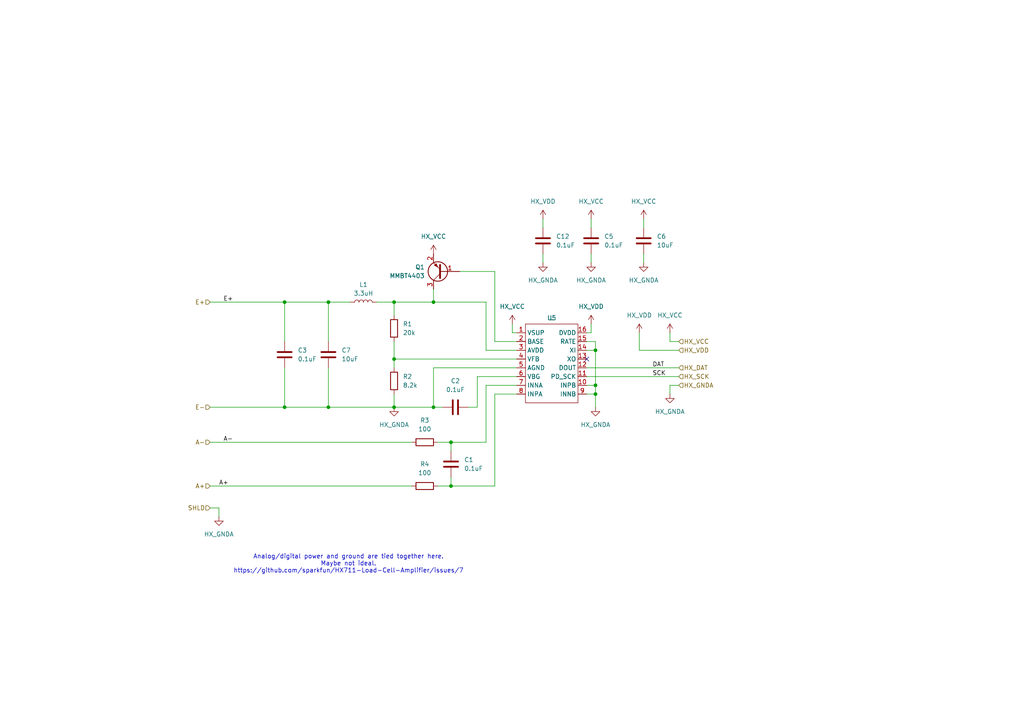
<source format=kicad_sch>
(kicad_sch (version 20231120) (generator "eeschema") (generator_version "8.0")
  (paper "A4")
  (lib_symbols
    (symbol "CoffeeLib:HX711"
      (property "Reference" "U" (at 0 0 0))
      (symbol "HX711_0_1"
        (rectangle (start -7.62 11.43) (end 7.62 -11.43))
      )
      (symbol "HX711_1_1"
        (pin power_in line (at -10.16 8.89 0) (length 2.54) (name "VSUP") (number "1"))
        (pin input line (at 10.16 -6.35 180) (length 2.54) (name "INPB") (number "10"))
        (pin input line (at 10.16 -3.81 180) (length 2.54) (name "PD_SCK") (number "11"))
        (pin output line (at 10.16 -1.27 180) (length 2.54) (name "DOUT") (number "12"))
        (pin bidirectional line (at 10.16 1.27 180) (length 2.54) (name "XO") (number "13"))
        (pin input line (at 10.16 3.81 180) (length 2.54) (name "XI") (number "14"))
        (pin input line (at 10.16 6.35 180) (length 2.54) (name "RATE") (number "15"))
        (pin power_in line (at 10.16 8.89 180) (length 2.54) (name "DVDD") (number "16"))
        (pin output line (at -10.16 6.35 0) (length 2.54) (name "BASE") (number "2"))
        (pin power_out line (at -10.16 3.81 0) (length 2.54) (name "AVDD") (number "3"))
        (pin input line (at -10.16 1.27 0) (length 2.54) (name "VFB") (number "4"))
        (pin power_out line (at -10.16 -1.27 0) (length 2.54) (name "AGND") (number "5"))
        (pin input line (at -10.16 -3.81 0) (length 2.54) (name "VBG") (number "6"))
        (pin input line (at -10.16 -6.35 0) (length 2.54) (name "INNA") (number "7"))
        (pin input line (at -10.16 -8.89 0) (length 2.54) (name "INPA") (number "8"))
        (pin input line (at 10.16 -8.89 180) (length 2.54) (name "INNB") (number "9"))
      )
    )
    (symbol "Device:C" (pin_numbers hide) (pin_names (offset 0.254))
      (property "Reference" "C" (at 0.635 2.54 0))
      (property "Value" "C" (at 0.635 -2.54 0))
      (symbol "C_0_1"
        (polyline (pts (xy -2.032 -0.762) (xy 2.032 -0.762)) (stroke (width 0.508)))
        (polyline (pts (xy -2.032 0.762) (xy 2.032 0.762)) (stroke (width 0.508)))
      )
      (symbol "C_1_1"
        (pin passive line (at 0 3.81 270) (length 2.794) (name "~") (number "1"))
        (pin passive line (at 0 -3.81 90) (length 2.794) (name "~") (number "2"))
      )
    )
    (symbol "Device:L" (pin_numbers hide) (pin_names (offset 1.016) hide)
      (property "Reference" "L" (at -1.27 0 90))
      (property "Value" "L" (at 1.905 0 90))
      (symbol "L_0_1"
        (arc (start 0 -2.54) (mid 0.6323 -1.905) (end 0 -1.27))
        (arc (start 0 -1.27) (mid 0.6323 -0.635) (end 0 0))
        (arc (start 0 0) (mid 0.6323 0.635) (end 0 1.27))
        (arc (start 0 1.27) (mid 0.6323 1.905) (end 0 2.54))
      )
      (symbol "L_1_1"
        (pin passive line (at 0 3.81 270) (length 1.27) (name "1") (number "1"))
        (pin passive line (at 0 -3.81 90) (length 1.27) (name "2") (number "2"))
      )
    )
    (symbol "Device:Q_PNP_BEC" (pin_names (offset 0) hide)
      (property "Reference" "Q" (at 5.08 1.27 0))
      (property "Value" "Q_PNP_BEC" (at 5.08 -1.27 0))
      (symbol "Q_PNP_BEC_0_1"
        (polyline (pts (xy 0.635 0.635) (xy 2.54 2.54)))
        (polyline (pts (xy 0.635 -0.635) (xy 2.54 -2.54) (xy 2.54 -2.54)))
        (polyline (pts (xy 0.635 1.905) (xy 0.635 -1.905) (xy 0.635 -1.905)) (stroke (width 0.508)))
        (polyline (pts (xy 2.286 -1.778) (xy 1.778 -2.286) (xy 1.27 -1.27) (xy 2.286 -1.778) (xy 2.286 -1.778)) (fill (type outline)))
        (circle (center 1.27 0) (radius 2.8194) (stroke (width 0.254)))
      )
      (symbol "Q_PNP_BEC_1_1"
        (pin input line (at -5.08 0 0) (length 5.715) (name "B") (number "1"))
        (pin passive line (at 2.54 -5.08 90) (length 2.54) (name "E") (number "2"))
        (pin passive line (at 2.54 5.08 270) (length 2.54) (name "C") (number "3"))
      )
    )
    (symbol "Device:R" (pin_numbers hide) (pin_names (offset 0))
      (property "Reference" "R" (at 2.032 0 90))
      (property "Value" "R" (at 0 0 90))
      (symbol "R_0_1"
        (rectangle (start -1.016 -2.54) (end 1.016 2.54) (stroke (width 0.254)))
      )
      (symbol "R_1_1"
        (pin passive line (at 0 3.81 270) (length 1.27) (name "~") (number "1"))
        (pin passive line (at 0 -3.81 90) (length 1.27) (name "~") (number "2"))
      )
    )
    (symbol "power:GNDA" (power) (pin_names (offset 0))
      (property "Value" "GNDA" (at 0 -3.81 0))
      (symbol "GNDA_0_1"
        (polyline (pts (xy 0 0) (xy 0 -1.27) (xy 1.27 -1.27) (xy 0 -2.54) (xy -1.27 -1.27) (xy 0 -1.27)))
      )
      (symbol "GNDA_1_1"
        (pin power_in line (at 0 0 270) (length 0) hide (name "GNDA") (number "1"))
      )
    )
    (symbol "power:VCC" (power) (pin_names (offset 0))
      (property "Value" "VCC" (at 0 3.81 0))
      (symbol "VCC_0_1"
        (polyline (pts (xy -0.762 1.27) (xy 0 2.54)))
        (polyline (pts (xy 0 0) (xy 0 2.54)))
        (polyline (pts (xy 0 2.54) (xy 0.762 1.27)))
      )
      (symbol "VCC_1_1"
        (pin power_in line (at 0 0 90) (length 0) hide (name "VCC") (number "1"))
      )
    )
  )
  (junction (at 125.73 87.63))
  (junction (at 82.55 87.63))
  (junction (at 114.3 104.14))
  (junction (at 114.3 118.11))
  (junction (at 95.25 87.63))
  (junction (at 95.25 118.11))
  (junction (at 125.73 118.11))
  (junction (at 114.3 87.63))
  (junction (at 130.81 128.27))
  (junction (at 172.72 101.6))
  (junction (at 172.72 114.3))
  (junction (at 172.72 111.76))
  (junction (at 130.81 140.97))
  (junction (at 82.55 118.11))
  (no_connect (at 170.18 104.14))
  (wire (pts (xy 170.18 101.6) (xy 172.72 101.6)))
  (wire (pts (xy 138.43 109.22) (xy 149.86 109.22)) (stroke (width 0.1524)))
  (wire (pts (xy 172.72 99.06) (xy 170.18 99.06)) (stroke (width 0.1524)))
  (wire (pts (xy 130.81 130.81) (xy 130.81 128.27)) (stroke (width 0.1524)))
  (wire (pts (xy 60.96 147.32) (xy 63.5 147.32)))
  (wire (pts (xy 143.51 99.06) (xy 149.86 99.06)) (stroke (width 0.1524)))
  (wire (pts (xy 133.35 78.74) (xy 143.51 78.74)) (stroke (width 0.1524)))
  (wire (pts (xy 82.55 87.63) (xy 60.96 87.63)) (stroke (width 0.1524)))
  (wire (pts (xy 140.97 111.76) (xy 140.97 128.27)) (stroke (width 0.1524)))
  (wire (pts (xy 95.25 87.63) (xy 95.25 99.06)) (stroke (width 0.1524)))
  (wire (pts (xy 172.72 101.6) (xy 172.72 111.76)))
  (wire (pts (xy 140.97 101.6) (xy 140.97 87.63)) (stroke (width 0.1524)))
  (wire (pts (xy 171.45 76.2) (xy 171.45 73.66)) (stroke (width 0.1524)))
  (wire (pts (xy 114.3 87.63) (xy 125.73 87.63)) (stroke (width 0.1524)))
  (wire (pts (xy 171.45 96.52) (xy 171.45 93.98)))
  (wire (pts (xy 60.96 140.97) (xy 119.38 140.97)) (stroke (width 0.1524)))
  (wire (pts (xy 171.45 63.5) (xy 171.45 66.04)))
  (wire (pts (xy 172.72 111.76) (xy 170.18 111.76)))
  (wire (pts (xy 185.42 101.6) (xy 185.42 96.52)))
  (wire (pts (xy 186.69 66.04) (xy 186.69 63.5)) (stroke (width 0.1524)))
  (wire (pts (xy 172.72 99.06) (xy 172.72 101.6)) (stroke (width 0.1524)))
  (wire (pts (xy 114.3 99.06) (xy 114.3 104.14)) (stroke (width 0.1524)))
  (wire (pts (xy 82.55 99.06) (xy 82.55 87.63)) (stroke (width 0.1524)))
  (wire (pts (xy 140.97 128.27) (xy 130.81 128.27)) (stroke (width 0.1524)))
  (wire (pts (xy 60.96 118.11) (xy 82.55 118.11)) (stroke (width 0.1524)))
  (wire (pts (xy 170.18 109.22) (xy 196.85 109.22)) (stroke (width 0.1524)))
  (wire (pts (xy 194.31 111.76) (xy 194.31 114.3)) (stroke (width 0.1524)))
  (wire (pts (xy 114.3 118.11) (xy 125.73 118.11)) (stroke (width 0.1524)))
  (wire (pts (xy 125.73 106.68) (xy 125.73 118.11)) (stroke (width 0.1524)))
  (wire (pts (xy 114.3 104.14) (xy 149.86 104.14)) (stroke (width 0.1524)))
  (wire (pts (xy 196.85 99.06) (xy 194.31 99.06)))
  (wire (pts (xy 194.31 111.76) (xy 196.85 111.76)) (stroke (width 0.1524)))
  (wire (pts (xy 143.51 114.3) (xy 149.86 114.3)) (stroke (width 0.1524)))
  (wire (pts (xy 125.73 83.82) (xy 125.73 87.63)) (stroke (width 0.1524)))
  (wire (pts (xy 128.27 118.11) (xy 125.73 118.11)) (stroke (width 0.1524)))
  (wire (pts (xy 170.18 96.52) (xy 171.45 96.52)))
  (wire (pts (xy 172.72 111.76) (xy 172.72 114.3)))
  (wire (pts (xy 172.72 114.3) (xy 172.72 118.11)))
  (wire (pts (xy 114.3 114.3) (xy 114.3 118.11)))
  (wire (pts (xy 140.97 101.6) (xy 149.86 101.6)) (stroke (width 0.1524)))
  (wire (pts (xy 157.48 63.5) (xy 157.48 66.04)))
  (wire (pts (xy 125.73 106.68) (xy 149.86 106.68)) (stroke (width 0.1524)))
  (wire (pts (xy 148.59 96.52) (xy 148.59 93.98)))
  (wire (pts (xy 95.25 87.63) (xy 101.6 87.63)))
  (wire (pts (xy 172.72 114.3) (xy 170.18 114.3)))
  (wire (pts (xy 127 140.97) (xy 130.81 140.97)) (stroke (width 0.1524)))
  (wire (pts (xy 95.25 118.11) (xy 114.3 118.11)) (stroke (width 0.1524)))
  (wire (pts (xy 109.22 87.63) (xy 114.3 87.63)))
  (wire (pts (xy 157.48 76.2) (xy 157.48 73.66)) (stroke (width 0.1524)))
  (wire (pts (xy 143.51 78.74) (xy 143.51 99.06)) (stroke (width 0.1524)))
  (wire (pts (xy 82.55 106.68) (xy 82.55 118.11)) (stroke (width 0.1524)))
  (wire (pts (xy 138.43 118.11) (xy 135.89 118.11)) (stroke (width 0.1524)))
  (wire (pts (xy 114.3 91.44) (xy 114.3 87.63)) (stroke (width 0.1524)))
  (wire (pts (xy 149.86 96.52) (xy 148.59 96.52)))
  (wire (pts (xy 143.51 114.3) (xy 143.51 140.97)) (stroke (width 0.1524)))
  (wire (pts (xy 63.5 147.32) (xy 63.5 149.86)))
  (wire (pts (xy 82.55 87.63) (xy 95.25 87.63)) (stroke (width 0.1524)))
  (wire (pts (xy 196.85 101.6) (xy 185.42 101.6)))
  (wire (pts (xy 60.96 128.27) (xy 119.38 128.27)) (stroke (width 0.1524)))
  (wire (pts (xy 95.25 106.68) (xy 95.25 118.11)) (stroke (width 0.1524)))
  (wire (pts (xy 138.43 109.22) (xy 138.43 118.11)) (stroke (width 0.1524)))
  (wire (pts (xy 140.97 87.63) (xy 125.73 87.63)) (stroke (width 0.1524)))
  (wire (pts (xy 114.3 106.68) (xy 114.3 104.14)) (stroke (width 0.1524)))
  (wire (pts (xy 186.69 73.66) (xy 186.69 76.2)) (stroke (width 0.1524)))
  (wire (pts (xy 130.81 138.43) (xy 130.81 140.97)) (stroke (width 0.1524)))
  (wire (pts (xy 140.97 111.76) (xy 149.86 111.76)) (stroke (width 0.1524)))
  (wire (pts (xy 130.81 128.27) (xy 127 128.27)) (stroke (width 0.1524)))
  (wire (pts (xy 143.51 140.97) (xy 130.81 140.97)) (stroke (width 0.1524)))
  (wire (pts (xy 170.18 106.68) (xy 196.85 106.68)) (stroke (width 0.1524)))
  (wire (pts (xy 82.55 118.11) (xy 95.25 118.11)) (stroke (width 0.1524)))
  (wire (pts (xy 194.31 99.06) (xy 194.31 96.52)))
  (text "Analog/digital power and ground are tied together here.\nMaybe not ideal.\nhttps://github.com/sparkfun/HX711-Load-Cell-Amplifier/issues/7" (at 101.092 163.576 0) (effects (font (size 1.27 1.27))))
  (label "E+" (at 64.77 87.63 0) (effects (font (size 1.2446 1.2446))))
  (label "A+" (at 63.5 140.97 0) (effects (font (size 1.2446 1.2446))))
  (label "A-" (at 64.77 128.27 0) (effects (font (size 1.2446 1.2446))))
  (label "SCK" (at 189.23 109.22 0) (effects (font (size 1.2446 1.2446))))
  (label "DAT" (at 189.23 106.68 0) (effects (font (size 1.2446 1.2446))))
  (hierarchical_label "HX_GNDA" (shape input) (at 196.85 111.76 0))
  (hierarchical_label "HX_DAT" (shape input) (at 196.85 106.68 0))
  (hierarchical_label "SHLD" (shape input) (at 60.96 147.32 180))
  (hierarchical_label "E+" (shape input) (at 60.96 87.63 180))
  (hierarchical_label "HX_VDD" (shape input) (at 196.85 101.6 0))
  (hierarchical_label "A+" (shape input) (at 60.96 140.97 180))
  (hierarchical_label "A-" (shape input) (at 60.96 128.27 180))
  (hierarchical_label "HX_VCC" (shape input) (at 196.85 99.06 0))
  (hierarchical_label "E-" (shape input) (at 60.96 118.11 180))
  (hierarchical_label "HX_SCK" (shape input) (at 196.85 109.22 0))
  (symbol (lib_id "Device:C") (at 82.55 102.87 0) (unit 1)
    (property "Reference" "C3" (at 86.36 101.5999 0) (effects (justify left)))
    (property "Value" "0.1uF" (at 86.36 104.1399 0) (effects (justify left)))
    (property "Footprint" "Capacitor_SMD:C_0603_1608Metric" (effects (hide yes)))
    (property "Description" "Unpolarized capacitor" (effects (hide yes)))
  )
  (symbol (lib_id "Device:R") (at 123.19 140.97 270) (unit 1)
    (property "Reference" "R4" (at 123.19 134.62 90))
    (property "Value" "100" (at 123.19 137.16 90))
    (property "Footprint" "Resistor_SMD:R_0603_1608Metric" (effects (hide yes)))
    (property "Description" "Resistor" (effects (hide yes)))
  )
  (symbol (lib_id "power:GNDA") (at 194.31 114.3 0) (unit 1)
    (property "Reference" "#PWR07" (effects (hide yes)))
    (property "Value" "HX_GNDA" (at 194.31 119.38 0))
    (property "Description" "Power symbol creates a global label with name \"GNDA\" , analog ground" (effects (hide yes)))
  )
  (symbol (lib_id "Device:R") (at 123.19 128.27 270) (unit 1)
    (property "Reference" "R3" (at 123.19 121.92 90))
    (property "Value" "100" (at 123.19 124.46 90))
    (property "Footprint" "Resistor_SMD:R_0603_1608Metric" (effects (hide yes)))
    (property "Description" "Resistor" (effects (hide yes)))
  )
  (symbol (lib_id "power:VCC") (at 185.42 96.52 0) (unit 1)
    (property "Reference" "#PWR014" (effects (hide yes)))
    (property "Value" "HX_VDD" (at 185.42 91.44 0))
    (property "Description" "Power symbol creates a global label with name \"VCC\"" (effects (hide yes)))
  )
  (symbol (lib_id "Device:C") (at 95.25 102.87 0) (unit 1)
    (property "Reference" "C7" (at 99.06 101.5999 0) (effects (justify left)))
    (property "Value" "10uF" (at 99.06 104.1399 0) (effects (justify left)))
    (property "Footprint" "Capacitor_SMD:C_1210_3225Metric" (effects (hide yes)))
    (property "Description" "Unpolarized capacitor" (effects (hide yes)))
  )
  (symbol (lib_id "Device:C") (at 171.45 69.85 0) (unit 1)
    (property "Reference" "C5" (at 175.26 68.5799 0) (effects (justify left)))
    (property "Value" "0.1uF" (at 175.26 71.1199 0) (effects (justify left)))
    (property "Footprint" "Capacitor_SMD:C_0603_1608Metric" (effects (hide yes)))
    (property "Description" "Unpolarized capacitor" (effects (hide yes)))
  )
  (symbol (lib_id "Device:Q_PNP_BEC") (at 128.27 78.74 180) (unit 1)
    (property "Reference" "Q1" (at 123.19 77.4699 0) (effects (justify left)))
    (property "Value" "MMBT4403" (at 123.19 80.0099 0) (effects (justify left)))
    (property "Footprint" "Package_TO_SOT_SMD:TSOT-23" (effects (hide yes)))
    (property "Description" "PNP transistor, base/emitter/collector" (effects (hide yes)))
  )
  (symbol (lib_id "Device:L") (at 105.41 87.63 90) (unit 1)
    (property "Reference" "L1" (at 105.41 82.55 90))
    (property "Value" "3.3uH" (at 105.41 85.09 90))
    (property "Footprint" "Inductor_SMD:L_0805_2012Metric" (effects (hide yes)))
    (property "Description" "Inductor" (effects (hide yes)))
  )
  (symbol (lib_id "CoffeeLib:HX711") (at 160.02 105.41 0) (unit 1)
    (property "Reference" "U5" (at 160.02 92.202 0))
    (property "Value" "~" (at 160.02 92.71 0))
    (property "Footprint" "Package_SO:SOP-16_3.9x9.9mm_P1.27mm" (effects (hide yes)))
  )
  (symbol (lib_id "power:VCC") (at 157.48 63.5 0) (unit 1)
    (property "Reference" "#PWR019" (effects (hide yes)))
    (property "Value" "HX_VDD" (at 157.48 58.42 0))
    (property "Description" "Power symbol creates a global label with name \"VCC\"" (effects (hide yes)))
  )
  (symbol (lib_id "power:VCC") (at 148.59 93.98 0) (unit 1)
    (property "Reference" "#PWR034" (effects (hide yes)))
    (property "Value" "HX_VCC" (at 148.59 88.9 0))
    (property "Description" "Power symbol creates a global label with name \"VCC\"" (effects (hide yes)))
  )
  (symbol (lib_id "power:VCC") (at 171.45 63.5 0) (unit 1)
    (property "Reference" "#PWR017" (effects (hide yes)))
    (property "Value" "HX_VCC" (at 171.45 58.42 0))
    (property "Description" "Power symbol creates a global label with name \"VCC\"" (effects (hide yes)))
  )
  (symbol (lib_id "Device:C") (at 157.48 69.85 0) (unit 1)
    (property "Reference" "C12" (at 161.29 68.5799 0) (effects (justify left)))
    (property "Value" "0.1uF" (at 161.29 71.1199 0) (effects (justify left)))
    (property "Footprint" "Capacitor_SMD:C_0603_1608Metric" (effects (hide yes)))
    (property "Description" "Unpolarized capacitor" (effects (hide yes)))
  )
  (symbol (lib_id "power:VCC") (at 194.31 96.52 0) (unit 1)
    (property "Reference" "#PWR015" (effects (hide yes)))
    (property "Value" "HX_VCC" (at 194.31 91.44 0))
    (property "Description" "Power symbol creates a global label with name \"VCC\"" (effects (hide yes)))
  )
  (symbol (lib_id "power:VCC") (at 171.45 93.98 0) (unit 1)
    (property "Reference" "#PWR016" (effects (hide yes)))
    (property "Value" "HX_VDD" (at 171.45 88.9 0))
    (property "Description" "Power symbol creates a global label with name \"VCC\"" (effects (hide yes)))
  )
  (symbol (lib_id "Device:R") (at 114.3 95.25 0) (unit 1)
    (property "Reference" "R1" (at 116.84 93.9799 0) (effects (justify left)))
    (property "Value" "20k" (at 116.84 96.5199 0) (effects (justify left)))
    (property "Footprint" "Resistor_SMD:R_0603_1608Metric" (effects (hide yes)))
    (property "Description" "Resistor" (effects (hide yes)))
  )
  (symbol (lib_id "Device:C") (at 132.08 118.11 90) (unit 1)
    (property "Reference" "C2" (at 132.08 110.49 90))
    (property "Value" "0.1uF" (at 132.08 113.03 90))
    (property "Footprint" "Capacitor_SMD:C_0603_1608Metric" (effects (hide yes)))
    (property "Description" "Unpolarized capacitor" (effects (hide yes)))
  )
  (symbol (lib_id "power:GNDA") (at 157.48 76.2 0) (unit 1)
    (property "Reference" "#PWR020" (effects (hide yes)))
    (property "Value" "HX_GNDA" (at 157.48 81.28 0))
    (property "Description" "Power symbol creates a global label with name \"GNDA\" , analog ground" (effects (hide yes)))
  )
  (symbol (lib_id "power:VCC") (at 186.69 63.5 0) (unit 1)
    (property "Reference" "#PWR018" (effects (hide yes)))
    (property "Value" "HX_VCC" (at 186.69 58.42 0))
    (property "Description" "Power symbol creates a global label with name \"VCC\"" (effects (hide yes)))
  )
  (symbol (lib_id "Device:C") (at 130.81 134.62 0) (unit 1)
    (property "Reference" "C1" (at 134.62 133.3499 0) (effects (justify left)))
    (property "Value" "0.1uF" (at 134.62 135.8899 0) (effects (justify left)))
    (property "Footprint" "Capacitor_SMD:C_0603_1608Metric" (effects (hide yes)))
    (property "Description" "Unpolarized capacitor" (effects (hide yes)))
  )
  (symbol (lib_id "power:GNDA") (at 114.3 118.11 0) (unit 1)
    (property "Reference" "#PWR012" (effects (hide yes)))
    (property "Value" "HX_GNDA" (at 114.3 123.19 0))
    (property "Description" "Power symbol creates a global label with name \"GNDA\" , analog ground" (effects (hide yes)))
  )
  (symbol (lib_id "power:GNDA") (at 172.72 118.11 0) (unit 1)
    (property "Reference" "#PWR09" (effects (hide yes)))
    (property "Value" "HX_GNDA" (at 172.72 123.19 0))
    (property "Description" "Power symbol creates a global label with name \"GNDA\" , analog ground" (effects (hide yes)))
  )
  (symbol (lib_id "Device:R") (at 114.3 110.49 0) (unit 1)
    (property "Reference" "R2" (at 116.84 109.2199 0) (effects (justify left)))
    (property "Value" "8.2k" (at 116.84 111.7599 0) (effects (justify left)))
    (property "Footprint" "Resistor_SMD:R_0603_1608Metric" (effects (hide yes)))
    (property "Description" "Resistor" (effects (hide yes)))
  )
  (symbol (lib_id "power:GNDA") (at 186.69 76.2 0) (unit 1)
    (property "Reference" "#PWR022" (effects (hide yes)))
    (property "Value" "HX_GNDA" (at 186.69 81.28 0))
    (property "Description" "Power symbol creates a global label with name \"GNDA\" , analog ground" (effects (hide yes)))
  )
  (symbol (lib_id "power:GNDA") (at 171.45 76.2 0) (unit 1)
    (property "Reference" "#PWR021" (effects (hide yes)))
    (property "Value" "HX_GNDA" (at 171.45 81.28 0))
    (property "Description" "Power symbol creates a global label with name \"GNDA\" , analog ground" (effects (hide yes)))
  )
  (symbol (lib_id "Device:C") (at 186.69 69.85 0) (unit 1)
    (property "Reference" "C6" (at 190.5 68.5799 0) (effects (justify left)))
    (property "Value" "10uF" (at 190.5 71.1199 0) (effects (justify left)))
    (property "Footprint" "Capacitor_SMD:C_1210_3225Metric" (effects (hide yes)))
    (property "Description" "Unpolarized capacitor" (effects (hide yes)))
  )
  (symbol (lib_id "power:GNDA") (at 63.5 149.86 0) (unit 1)
    (property "Reference" "#PWR033" (effects (hide yes)))
    (property "Value" "HX_GNDA" (at 63.5 154.94 0))
    (property "Description" "Power symbol creates a global label with name \"GNDA\" , analog ground" (effects (hide yes)))
  )
  (symbol (lib_id "power:VCC") (at 125.73 73.66 0) (unit 1)
    (property "Reference" "#PWR013" (effects (hide yes)))
    (property "Value" "HX_VCC" (at 125.73 68.58 0))
    (property "Description" "Power symbol creates a global label with name \"VCC\"" (effects (hide yes)))
  )
)
</source>
